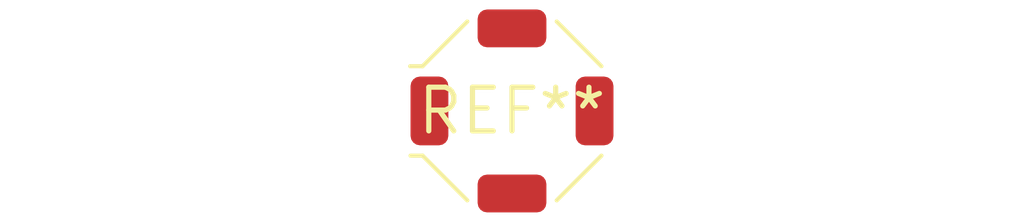
<source format=kicad_pcb>
(kicad_pcb (version 20240108) (generator pcbnew)
  (layers (0 "F.Cu" signal) (31 "B.Cu" signal) (34 "B.Paste" user) (35 "F.Paste" user) (36 "B.SilkS" user "B.Silkscreen") (37 "F.SilkS" user "F.Silkscreen") (38 "B.Mask" user) (39 "F.Mask" user) (44 "Edge.Cuts" user))
  (net 0 "")
  (footprint "L_Bourns_SRU5016_5.2x5.2mm" (layer "F.Cu") (at 0 0)
    (property "Reference" "REF**")
    (property "Value" "L_Bourns_SRU5016_5.2x5.2mm")
    (fp_line (start -2.6 -1.3) (end -2.96 -1.3) (layer "F.SilkS") (stroke (width 0.12)))
    (fp_line (start -2.6 -1.3) (end -1.3 -2.6) (layer "F.SilkS") (stroke (width 0.12)))
    (fp_line (start -2.6 1.3) (end -2.95 1.3) (layer "F.SilkS") (stroke (width 0.12)))
    (fp_line (start -1.3 2.6) (end -2.6 1.3) (layer "F.SilkS") (stroke (width 0.12)))
    (fp_line (start 1.3 -2.6) (end 2.6 -1.3) (layer "F.SilkS") (stroke (width 0.12)))
    (fp_line (start 1.3 2.6) (end 2.6 1.3) (layer "F.SilkS") (stroke (width 0.12)))
    (pad "1" smd roundrect (at -2.4 0) (size 1.1 2) (layers "F.Cu" "F.Paste" "F.Mask"))
    (pad "2" smd roundrect (at 2.4 0) (size 1.1 2) (layers "F.Cu" "F.Paste" "F.Mask"))
    (pad "MP" smd roundrect (at 0 -2.4 270) (size 1.1 2) (layers "F.Cu" "F.Paste" "F.Mask"))
    (pad "MP" smd roundrect (at 0 2.4 90) (size 1.1 2) (layers "F.Cu" "F.Paste" "F.Mask"))
  )
)
</source>
